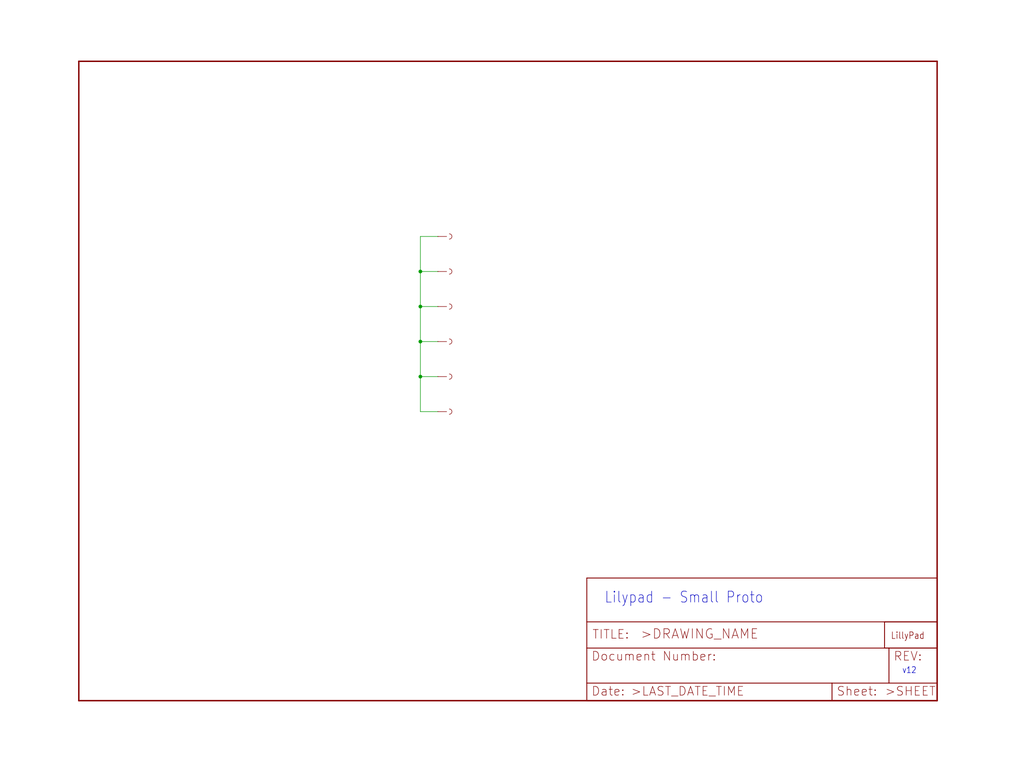
<source format=kicad_sch>
(kicad_sch (version 20211123) (generator eeschema)
  (paper "User" 297.002 223.926)
  (lib_symbols
    (symbol "schematicEagle-eagle-import:FRAME-LETTER"
      (symbol "FRAME-LETTER_1_0"
        (polyline (pts (xy 0 0) (xy 248.92 0)) (stroke (width 0.4064)))
        (polyline (pts (xy 0 185.42) (xy 0 0)) (stroke (width 0.4064)))
        (polyline (pts (xy 0 185.42) (xy 248.92 185.42)) (stroke (width 0.4064)))
        (polyline (pts (xy 248.92 185.42) (xy 248.92 0)) (stroke (width 0.4064)))
      )
      (symbol "FRAME-LETTER_2_0"
        (polyline (pts (xy 0 0) (xy 0 5.08)) (stroke (width 0.254)))
        (polyline (pts (xy 0 0) (xy 71.12 0)) (stroke (width 0.254)))
        (polyline (pts (xy 0 5.08) (xy 0 15.24)) (stroke (width 0.254)))
        (polyline (pts (xy 0 5.08) (xy 71.12 5.08)) (stroke (width 0.254)))
        (polyline (pts (xy 0 15.24) (xy 0 22.86)) (stroke (width 0.254)))
        (polyline (pts (xy 0 22.86) (xy 0 35.56)) (stroke (width 0.254)))
        (polyline (pts (xy 0 22.86) (xy 101.6 22.86)) (stroke (width 0.254)))
        (polyline (pts (xy 71.12 0) (xy 101.6 0)) (stroke (width 0.254)))
        (polyline (pts (xy 71.12 5.08) (xy 71.12 0)) (stroke (width 0.254)))
        (polyline (pts (xy 71.12 5.08) (xy 87.63 5.08)) (stroke (width 0.254)))
        (polyline (pts (xy 87.63 5.08) (xy 101.6 5.08)) (stroke (width 0.254)))
        (polyline (pts (xy 87.63 15.24) (xy 0 15.24)) (stroke (width 0.254)))
        (polyline (pts (xy 87.63 15.24) (xy 87.63 5.08)) (stroke (width 0.254)))
        (polyline (pts (xy 101.6 5.08) (xy 101.6 0)) (stroke (width 0.254)))
        (polyline (pts (xy 101.6 15.24) (xy 87.63 15.24)) (stroke (width 0.254)))
        (polyline (pts (xy 101.6 15.24) (xy 101.6 5.08)) (stroke (width 0.254)))
        (polyline (pts (xy 101.6 22.86) (xy 101.6 15.24)) (stroke (width 0.254)))
        (polyline (pts (xy 101.6 35.56) (xy 0 35.56)) (stroke (width 0.254)))
        (polyline (pts (xy 101.6 35.56) (xy 101.6 22.86)) (stroke (width 0.254)))
        (text ">DRAWING_NAME" (at 15.494 17.78 0) (effects (font (size 2.7432 2.7432)) (justify left bottom)))
        (text ">LAST_DATE_TIME" (at 12.7 1.27 0) (effects (font (size 2.54 2.54)) (justify left bottom)))
        (text ">SHEET" (at 86.36 1.27 0) (effects (font (size 2.54 2.54)) (justify left bottom)))
        (text "Date:" (at 1.27 1.27 0) (effects (font (size 2.54 2.54)) (justify left bottom)))
        (text "Document Number:" (at 1.27 11.43 0) (effects (font (size 2.54 2.54)) (justify left bottom)))
        (text "REV:" (at 88.9 11.43 0) (effects (font (size 2.54 2.54)) (justify left bottom)))
        (text "Sheet:" (at 72.39 1.27 0) (effects (font (size 2.54 2.54)) (justify left bottom)))
        (text "TITLE:" (at 1.524 17.78 0) (effects (font (size 2.54 2.54)) (justify left bottom)))
      )
    )
    (symbol "schematicEagle-eagle-import:LOGO-LPL"
      (symbol "LOGO-LPL_1_0"
        (polyline (pts (xy -2.54 -2.54) (xy 12.7 -2.54)) (stroke (width 0.254)))
        (polyline (pts (xy -2.54 5.08) (xy -2.54 -2.54)) (stroke (width 0.254)))
        (polyline (pts (xy 12.7 -2.54) (xy 12.7 5.08)) (stroke (width 0.254)))
        (polyline (pts (xy 12.7 5.08) (xy -2.54 5.08)) (stroke (width 0.254)))
        (text "LillyPad" (at -0.762 0 0) (effects (font (size 1.9304 1.6408)) (justify left bottom)))
      )
    )
    (symbol "schematicEagle-eagle-import:SEWTAP6"
      (symbol "SEWTAP6_1_0"
        (polyline (pts (xy 0 0) (xy -2.54 0)) (stroke (width 0.1524)))
        (arc (start 0.762 -0.762) (mid 1.524 0) (end 0.762 0.762) (stroke (width 0.1524)))
        (pin bidirectional line (at -2.54 0 180) (length 0) (name "1") (number "1"))
      )
    )
  )
  (junction (at 121.92 78.74))
  (junction (at 121.92 88.9))
  (junction (at 121.92 99.06))
  (junction (at 121.92 109.22))
  (wire (pts (xy 121.92 109.22) (xy 121.92 99.06)))
  (wire (pts (xy 127 119.38) (xy 121.92 119.38)))
  (wire (pts (xy 121.92 88.9) (xy 121.92 78.74)))
  (wire (pts (xy 121.92 119.38) (xy 121.92 109.22)))
  (wire (pts (xy 121.92 78.74) (xy 121.92 68.58)))
  (wire (pts (xy 127 78.74) (xy 121.92 78.74)))
  (wire (pts (xy 121.92 99.06) (xy 121.92 88.9)))
  (wire (pts (xy 121.92 68.58) (xy 127 68.58)))
  (wire (pts (xy 127 109.22) (xy 121.92 109.22)))
  (wire (pts (xy 127 99.06) (xy 121.92 99.06)))
  (wire (pts (xy 127 88.9) (xy 121.92 88.9)))
  (text "v12" (at 261.62 195.58 180) (effects (font (size 1.778 1.5113)) (justify left bottom)))
  (text "Lilypad - Small Proto" (at 175.26 175.26 180) (effects (font (size 3.175 2.6987)) (justify left bottom)))
  (symbol (lib_id "schematicEagle-eagle-import:SEWTAP6") (at 129.54 109.22 0) (unit 1)
    (property "Reference" "U$9" (effects hide))
    (property "Value" "SEWTAP6" (effects hide))
    (property "Footprint" "schematicEagle:PETAL-SMALL-2SIDE" (effects hide))
  )
  (symbol (lib_id "schematicEagle-eagle-import:SEWTAP6") (at 129.54 88.9 0) (unit 1)
    (property "Reference" "U$10" (effects hide))
    (property "Value" "SEWTAP6" (effects hide))
    (property "Footprint" "schematicEagle:PETAL-SMALL-2SIDE" (effects hide))
  )
  (symbol (lib_id "schematicEagle-eagle-import:SEWTAP6") (at 129.54 68.58 0) (unit 1)
    (property "Reference" "U$8" (effects hide))
    (property "Value" "SEWTAP6" (effects hide))
    (property "Footprint" "schematicEagle:PETAL-SMALL-2SIDE" (effects hide))
  )
  (symbol (lib_id "schematicEagle-eagle-import:FRAME-LETTER") (at 170.18 203.2 0) (unit 2)
    (property "Reference" "#FRAME1" (effects hide))
    (property "Value" "FRAME-LETTER" (effects hide))
    (property "Footprint" "schematicEagle:" (effects hide))
  )
  (symbol (lib_id "schematicEagle-eagle-import:SEWTAP6") (at 129.54 119.38 0) (unit 1)
    (property "Reference" "U$5" (effects hide))
    (property "Value" "SEWTAP6" (effects hide))
    (property "Footprint" "schematicEagle:PETAL-SMALL-2SIDE" (effects hide))
  )
  (symbol (lib_id "schematicEagle-eagle-import:SEWTAP6") (at 129.54 99.06 0) (unit 1)
    (property "Reference" "U$4" (effects hide))
    (property "Value" "SEWTAP6" (effects hide))
    (property "Footprint" "schematicEagle:PETAL-SMALL-2SIDE" (effects hide))
  )
  (symbol (lib_id "schematicEagle-eagle-import:FRAME-LETTER") (at 22.86 203.2 0) (unit 1)
    (property "Reference" "#FRAME1" (effects hide))
    (property "Value" "FRAME-LETTER" (effects hide))
    (property "Footprint" "schematicEagle:" (effects hide))
  )
  (symbol (lib_id "schematicEagle-eagle-import:LOGO-LPL") (at 259.08 185.42 0) (unit 1)
    (property "Reference" "U$2" (effects hide))
    (property "Value" "LOGO-LPL" (effects hide))
    (property "Footprint" "schematicEagle:LOGO-L" (effects hide))
  )
  (symbol (lib_id "schematicEagle-eagle-import:SEWTAP6") (at 129.54 78.74 0) (unit 1)
    (property "Reference" "U$3" (effects hide))
    (property "Value" "SEWTAP6" (effects hide))
    (property "Footprint" "schematicEagle:PETAL-SMALL-2SIDE" (effects hide))
  )
)
</source>
